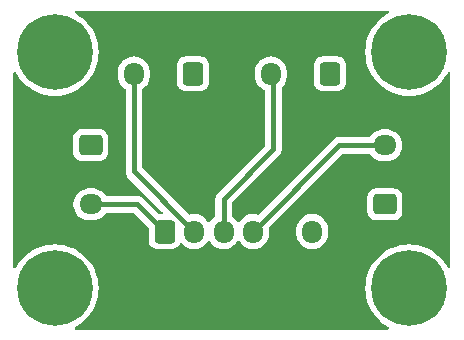
<source format=gbr>
%TF.GenerationSoftware,KiCad,Pcbnew,8.0.5-8.0.5-0~ubuntu24.04.1*%
%TF.CreationDate,2024-10-23T09:38:31+02:00*%
%TF.ProjectId,SensorConnector_PCB,53656e73-6f72-4436-9f6e-6e6563746f72,rev?*%
%TF.SameCoordinates,Original*%
%TF.FileFunction,Copper,L1,Top*%
%TF.FilePolarity,Positive*%
%FSLAX46Y46*%
G04 Gerber Fmt 4.6, Leading zero omitted, Abs format (unit mm)*
G04 Created by KiCad (PCBNEW 8.0.5-8.0.5-0~ubuntu24.04.1) date 2024-10-23 09:38:31*
%MOMM*%
%LPD*%
G01*
G04 APERTURE LIST*
G04 Aperture macros list*
%AMRoundRect*
0 Rectangle with rounded corners*
0 $1 Rounding radius*
0 $2 $3 $4 $5 $6 $7 $8 $9 X,Y pos of 4 corners*
0 Add a 4 corners polygon primitive as box body*
4,1,4,$2,$3,$4,$5,$6,$7,$8,$9,$2,$3,0*
0 Add four circle primitives for the rounded corners*
1,1,$1+$1,$2,$3*
1,1,$1+$1,$4,$5*
1,1,$1+$1,$6,$7*
1,1,$1+$1,$8,$9*
0 Add four rect primitives between the rounded corners*
20,1,$1+$1,$2,$3,$4,$5,0*
20,1,$1+$1,$4,$5,$6,$7,0*
20,1,$1+$1,$6,$7,$8,$9,0*
20,1,$1+$1,$8,$9,$2,$3,0*%
G04 Aperture macros list end*
%TA.AperFunction,ComponentPad*%
%ADD10RoundRect,0.250000X-0.600000X-0.725000X0.600000X-0.725000X0.600000X0.725000X-0.600000X0.725000X0*%
%TD*%
%TA.AperFunction,ComponentPad*%
%ADD11O,1.700000X1.950000*%
%TD*%
%TA.AperFunction,ComponentPad*%
%ADD12RoundRect,0.250000X0.600000X0.725000X-0.600000X0.725000X-0.600000X-0.725000X0.600000X-0.725000X0*%
%TD*%
%TA.AperFunction,ComponentPad*%
%ADD13C,0.800000*%
%TD*%
%TA.AperFunction,ComponentPad*%
%ADD14C,6.400000*%
%TD*%
%TA.AperFunction,ComponentPad*%
%ADD15RoundRect,0.250000X-0.725000X0.600000X-0.725000X-0.600000X0.725000X-0.600000X0.725000X0.600000X0*%
%TD*%
%TA.AperFunction,ComponentPad*%
%ADD16O,1.950000X1.700000*%
%TD*%
%TA.AperFunction,ComponentPad*%
%ADD17RoundRect,0.250000X0.725000X-0.600000X0.725000X0.600000X-0.725000X0.600000X-0.725000X-0.600000X0*%
%TD*%
%TA.AperFunction,Conductor*%
%ADD18C,0.400000*%
%TD*%
G04 APERTURE END LIST*
D10*
%TO.P,J105,1,Pin_1*%
%TO.N,/Capteur_dist_S*%
X109300000Y-85200000D03*
D11*
%TO.P,J105,2,Pin_2*%
%TO.N,/Capteur_dist_N*%
X111800000Y-85200000D03*
%TO.P,J105,3,Pin_3*%
%TO.N,/Capteur_dist_W*%
X114300000Y-85200000D03*
%TO.P,J105,4,Pin_4*%
%TO.N,/Capteur_dist_E*%
X116800000Y-85200000D03*
%TO.P,J105,5,Pin_5*%
%TO.N,+5V*%
X119300000Y-85200000D03*
%TO.P,J105,6,Pin_6*%
%TO.N,GND*%
X121800000Y-85200000D03*
%TD*%
D12*
%TO.P,J101,1,Pin_1*%
%TO.N,GND*%
X111700000Y-71850000D03*
D11*
%TO.P,J101,2,Pin_2*%
%TO.N,+5V*%
X109200000Y-71850000D03*
%TO.P,J101,3,Pin_3*%
%TO.N,/Capteur_dist_N*%
X106700000Y-71850000D03*
%TD*%
D13*
%TO.P,H101,1,1*%
%TO.N,GND*%
X97600000Y-70000000D03*
X98302944Y-68302944D03*
X98302944Y-71697056D03*
X100000000Y-67600000D03*
D14*
X100000000Y-70000000D03*
D13*
X100000000Y-72400000D03*
X101697056Y-68302944D03*
X101697056Y-71697056D03*
X102400000Y-70000000D03*
%TD*%
D15*
%TO.P,J103,1,Pin_1*%
%TO.N,GND*%
X103050000Y-77900000D03*
D16*
%TO.P,J103,2,Pin_2*%
%TO.N,+5V*%
X103050000Y-80400000D03*
%TO.P,J103,3,Pin_3*%
%TO.N,/Capteur_dist_S*%
X103050000Y-82900000D03*
%TD*%
D13*
%TO.P,H104,1,1*%
%TO.N,GND*%
X127600000Y-90000000D03*
X128302944Y-88302944D03*
X128302944Y-91697056D03*
X130000000Y-87600000D03*
D14*
X130000000Y-90000000D03*
D13*
X130000000Y-92400000D03*
X131697056Y-88302944D03*
X131697056Y-91697056D03*
X132400000Y-90000000D03*
%TD*%
D12*
%TO.P,J102,1,Pin_1*%
%TO.N,GND*%
X123300000Y-71850000D03*
D11*
%TO.P,J102,2,Pin_2*%
%TO.N,+5V*%
X120800000Y-71850000D03*
%TO.P,J102,3,Pin_3*%
%TO.N,/Capteur_dist_W*%
X118300000Y-71850000D03*
%TD*%
D17*
%TO.P,J104,1,Pin_1*%
%TO.N,GND*%
X127950000Y-82900000D03*
D16*
%TO.P,J104,2,Pin_2*%
%TO.N,+5V*%
X127950000Y-80400000D03*
%TO.P,J104,3,Pin_3*%
%TO.N,/Capteur_dist_E*%
X127950000Y-77900000D03*
%TD*%
D13*
%TO.P,H102,1,1*%
%TO.N,GND*%
X127600000Y-70000000D03*
X128302944Y-68302944D03*
X128302944Y-71697056D03*
X130000000Y-67600000D03*
D14*
X130000000Y-70000000D03*
D13*
X130000000Y-72400000D03*
X131697056Y-68302944D03*
X131697056Y-71697056D03*
X132400000Y-70000000D03*
%TD*%
%TO.P,H103,1,1*%
%TO.N,GND*%
X97600000Y-90000000D03*
X98302944Y-88302944D03*
X98302944Y-91697056D03*
X100000000Y-87600000D03*
D14*
X100000000Y-90000000D03*
D13*
X100000000Y-92400000D03*
X101697056Y-88302944D03*
X101697056Y-91697056D03*
X102400000Y-90000000D03*
%TD*%
D18*
%TO.N,/Capteur_dist_N*%
X106700000Y-80100000D02*
X111800000Y-85200000D01*
X106700000Y-71850000D02*
X106700000Y-80100000D01*
%TO.N,/Capteur_dist_W*%
X118300000Y-71850000D02*
X118500000Y-72050000D01*
X118500000Y-78250000D02*
X114300000Y-82450000D01*
X114300000Y-82450000D02*
X114300000Y-85200000D01*
X118500000Y-72050000D02*
X118500000Y-78250000D01*
%TO.N,/Capteur_dist_S*%
X103050000Y-82900000D02*
X107000000Y-82900000D01*
X107000000Y-82900000D02*
X109300000Y-85200000D01*
%TO.N,/Capteur_dist_E*%
X127950000Y-77900000D02*
X124100000Y-77900000D01*
X124100000Y-77900000D02*
X116800000Y-85200000D01*
%TD*%
%TA.AperFunction,Conductor*%
%TO.N,+5V*%
G36*
X128267646Y-66520185D02*
G01*
X128313401Y-66572989D01*
X128323345Y-66642147D01*
X128294320Y-66705703D01*
X128256902Y-66734985D01*
X128147206Y-66790877D01*
X127821917Y-67002122D01*
X127520488Y-67246215D01*
X127520480Y-67246222D01*
X127246222Y-67520480D01*
X127246215Y-67520488D01*
X127002122Y-67821917D01*
X126790877Y-68147206D01*
X126614787Y-68492802D01*
X126475788Y-68854905D01*
X126375397Y-69229570D01*
X126375397Y-69229572D01*
X126314722Y-69612660D01*
X126294422Y-69999999D01*
X126294422Y-70000000D01*
X126314722Y-70387339D01*
X126375397Y-70770427D01*
X126375397Y-70770429D01*
X126475788Y-71145094D01*
X126614787Y-71507197D01*
X126790877Y-71852793D01*
X127002122Y-72178082D01*
X127002124Y-72178084D01*
X127246219Y-72479516D01*
X127520484Y-72753781D01*
X127520488Y-72753784D01*
X127821917Y-72997877D01*
X128130922Y-73198547D01*
X128147211Y-73209125D01*
X128492806Y-73385214D01*
X128854913Y-73524214D01*
X129229567Y-73624602D01*
X129612662Y-73685278D01*
X129978576Y-73704455D01*
X129999999Y-73705578D01*
X130000000Y-73705578D01*
X130000001Y-73705578D01*
X130020301Y-73704514D01*
X130387338Y-73685278D01*
X130770433Y-73624602D01*
X131145087Y-73524214D01*
X131507194Y-73385214D01*
X131852789Y-73209125D01*
X132178084Y-72997876D01*
X132479516Y-72753781D01*
X132753781Y-72479516D01*
X132997876Y-72178084D01*
X133209125Y-71852789D01*
X133265015Y-71743097D01*
X133312989Y-71692302D01*
X133380810Y-71675507D01*
X133446945Y-71698044D01*
X133490397Y-71752759D01*
X133499500Y-71799393D01*
X133499500Y-88200606D01*
X133479815Y-88267645D01*
X133427011Y-88313400D01*
X133357853Y-88323344D01*
X133294297Y-88294319D01*
X133265015Y-88256901D01*
X133209122Y-88147206D01*
X132997877Y-87821917D01*
X132753784Y-87520488D01*
X132753781Y-87520484D01*
X132479516Y-87246219D01*
X132178084Y-87002124D01*
X132178082Y-87002122D01*
X131852793Y-86790877D01*
X131507197Y-86614787D01*
X131145094Y-86475788D01*
X131145087Y-86475786D01*
X130770433Y-86375398D01*
X130770429Y-86375397D01*
X130770428Y-86375397D01*
X130387339Y-86314722D01*
X130000001Y-86294422D01*
X129999999Y-86294422D01*
X129612660Y-86314722D01*
X129229572Y-86375397D01*
X129229570Y-86375397D01*
X128854905Y-86475788D01*
X128492802Y-86614787D01*
X128147206Y-86790877D01*
X127821917Y-87002122D01*
X127520488Y-87246215D01*
X127520480Y-87246222D01*
X127246222Y-87520480D01*
X127246215Y-87520488D01*
X127002122Y-87821917D01*
X126790877Y-88147206D01*
X126614787Y-88492802D01*
X126475788Y-88854905D01*
X126375397Y-89229570D01*
X126375397Y-89229572D01*
X126314722Y-89612662D01*
X126294422Y-90000000D01*
X126314722Y-90387338D01*
X126375398Y-90770433D01*
X126430215Y-90975015D01*
X126475788Y-91145094D01*
X126614787Y-91507197D01*
X126790877Y-91852793D01*
X127002122Y-92178082D01*
X127002124Y-92178084D01*
X127246219Y-92479516D01*
X127520484Y-92753781D01*
X127520488Y-92753784D01*
X127821917Y-92997877D01*
X128147206Y-93209122D01*
X128147211Y-93209125D01*
X128256902Y-93265015D01*
X128307698Y-93312989D01*
X128324493Y-93380810D01*
X128301956Y-93446945D01*
X128247241Y-93490397D01*
X128200607Y-93499500D01*
X101799393Y-93499500D01*
X101732354Y-93479815D01*
X101686599Y-93427011D01*
X101676655Y-93357853D01*
X101705680Y-93294297D01*
X101743098Y-93265015D01*
X101852789Y-93209125D01*
X102178084Y-92997876D01*
X102479516Y-92753781D01*
X102753781Y-92479516D01*
X102997876Y-92178084D01*
X103209125Y-91852789D01*
X103385214Y-91507194D01*
X103524214Y-91145087D01*
X103624602Y-90770433D01*
X103685278Y-90387338D01*
X103705578Y-90000000D01*
X103685278Y-89612662D01*
X103624602Y-89229567D01*
X103524214Y-88854913D01*
X103385214Y-88492806D01*
X103209125Y-88147211D01*
X102997876Y-87821916D01*
X102753781Y-87520484D01*
X102479516Y-87246219D01*
X102178084Y-87002124D01*
X102178082Y-87002122D01*
X101852793Y-86790877D01*
X101507197Y-86614787D01*
X101145094Y-86475788D01*
X101145087Y-86475786D01*
X100770433Y-86375398D01*
X100770429Y-86375397D01*
X100770428Y-86375397D01*
X100387339Y-86314722D01*
X100000001Y-86294422D01*
X99999999Y-86294422D01*
X99612660Y-86314722D01*
X99229572Y-86375397D01*
X99229570Y-86375397D01*
X98854905Y-86475788D01*
X98492802Y-86614787D01*
X98147206Y-86790877D01*
X97821917Y-87002122D01*
X97520488Y-87246215D01*
X97520480Y-87246222D01*
X97246222Y-87520480D01*
X97246215Y-87520488D01*
X97002122Y-87821917D01*
X96790877Y-88147206D01*
X96734985Y-88256901D01*
X96687010Y-88307697D01*
X96619189Y-88324492D01*
X96553054Y-88301955D01*
X96509603Y-88247240D01*
X96500500Y-88200606D01*
X96500500Y-82793713D01*
X101574500Y-82793713D01*
X101574500Y-83006286D01*
X101607753Y-83216239D01*
X101673444Y-83418414D01*
X101769951Y-83607820D01*
X101894890Y-83779786D01*
X102045213Y-83930109D01*
X102217179Y-84055048D01*
X102217181Y-84055049D01*
X102217184Y-84055051D01*
X102406588Y-84151557D01*
X102608757Y-84217246D01*
X102818713Y-84250500D01*
X102818714Y-84250500D01*
X103281286Y-84250500D01*
X103281287Y-84250500D01*
X103491243Y-84217246D01*
X103693412Y-84151557D01*
X103882816Y-84055051D01*
X103904789Y-84039086D01*
X104054786Y-83930109D01*
X104054788Y-83930106D01*
X104054792Y-83930104D01*
X104205104Y-83779792D01*
X104298229Y-83651614D01*
X104353558Y-83608949D01*
X104398547Y-83600500D01*
X106658481Y-83600500D01*
X106725520Y-83620185D01*
X106746162Y-83636819D01*
X107913181Y-84803838D01*
X107946666Y-84865161D01*
X107949500Y-84891519D01*
X107949500Y-85975001D01*
X107949501Y-85975018D01*
X107960000Y-86077796D01*
X107960001Y-86077799D01*
X108005894Y-86216294D01*
X108015186Y-86244334D01*
X108107288Y-86393656D01*
X108231344Y-86517712D01*
X108380666Y-86609814D01*
X108547203Y-86664999D01*
X108649991Y-86675500D01*
X109950008Y-86675499D01*
X110052797Y-86664999D01*
X110219334Y-86609814D01*
X110368656Y-86517712D01*
X110492712Y-86393656D01*
X110584814Y-86244334D01*
X110584814Y-86244331D01*
X110588178Y-86238879D01*
X110640126Y-86192154D01*
X110709088Y-86180931D01*
X110773170Y-86208774D01*
X110781398Y-86216294D01*
X110920213Y-86355109D01*
X111092179Y-86480048D01*
X111092181Y-86480049D01*
X111092184Y-86480051D01*
X111281588Y-86576557D01*
X111483757Y-86642246D01*
X111693713Y-86675500D01*
X111693714Y-86675500D01*
X111906286Y-86675500D01*
X111906287Y-86675500D01*
X112116243Y-86642246D01*
X112318412Y-86576557D01*
X112507816Y-86480051D01*
X112529789Y-86464086D01*
X112679786Y-86355109D01*
X112679788Y-86355106D01*
X112679792Y-86355104D01*
X112830104Y-86204792D01*
X112949683Y-86040204D01*
X113005011Y-85997540D01*
X113074624Y-85991561D01*
X113136420Y-86024166D01*
X113150313Y-86040199D01*
X113252560Y-86180931D01*
X113269896Y-86204792D01*
X113420213Y-86355109D01*
X113592179Y-86480048D01*
X113592181Y-86480049D01*
X113592184Y-86480051D01*
X113781588Y-86576557D01*
X113983757Y-86642246D01*
X114193713Y-86675500D01*
X114193714Y-86675500D01*
X114406286Y-86675500D01*
X114406287Y-86675500D01*
X114616243Y-86642246D01*
X114818412Y-86576557D01*
X115007816Y-86480051D01*
X115029789Y-86464086D01*
X115179786Y-86355109D01*
X115179788Y-86355106D01*
X115179792Y-86355104D01*
X115330104Y-86204792D01*
X115449683Y-86040204D01*
X115505011Y-85997540D01*
X115574624Y-85991561D01*
X115636420Y-86024166D01*
X115650313Y-86040199D01*
X115752560Y-86180931D01*
X115769896Y-86204792D01*
X115920213Y-86355109D01*
X116092179Y-86480048D01*
X116092181Y-86480049D01*
X116092184Y-86480051D01*
X116281588Y-86576557D01*
X116483757Y-86642246D01*
X116693713Y-86675500D01*
X116693714Y-86675500D01*
X116906286Y-86675500D01*
X116906287Y-86675500D01*
X117116243Y-86642246D01*
X117318412Y-86576557D01*
X117507816Y-86480051D01*
X117529789Y-86464086D01*
X117679786Y-86355109D01*
X117679788Y-86355106D01*
X117679792Y-86355104D01*
X117830104Y-86204792D01*
X117830106Y-86204788D01*
X117830109Y-86204786D01*
X117955048Y-86032820D01*
X117955047Y-86032820D01*
X117955051Y-86032816D01*
X118051557Y-85843412D01*
X118117246Y-85641243D01*
X118150500Y-85431287D01*
X118150500Y-84968713D01*
X120449500Y-84968713D01*
X120449500Y-85431286D01*
X120482753Y-85641239D01*
X120548444Y-85843414D01*
X120644951Y-86032820D01*
X120769890Y-86204786D01*
X120920213Y-86355109D01*
X121092179Y-86480048D01*
X121092181Y-86480049D01*
X121092184Y-86480051D01*
X121281588Y-86576557D01*
X121483757Y-86642246D01*
X121693713Y-86675500D01*
X121693714Y-86675500D01*
X121906286Y-86675500D01*
X121906287Y-86675500D01*
X122116243Y-86642246D01*
X122318412Y-86576557D01*
X122507816Y-86480051D01*
X122529789Y-86464086D01*
X122679786Y-86355109D01*
X122679788Y-86355106D01*
X122679792Y-86355104D01*
X122830104Y-86204792D01*
X122830106Y-86204788D01*
X122830109Y-86204786D01*
X122955048Y-86032820D01*
X122955047Y-86032820D01*
X122955051Y-86032816D01*
X123051557Y-85843412D01*
X123117246Y-85641243D01*
X123150500Y-85431287D01*
X123150500Y-84968713D01*
X123117246Y-84758757D01*
X123051557Y-84556588D01*
X122955051Y-84367184D01*
X122955049Y-84367181D01*
X122955048Y-84367179D01*
X122830109Y-84195213D01*
X122679786Y-84044890D01*
X122507820Y-83919951D01*
X122318414Y-83823444D01*
X122318413Y-83823443D01*
X122318412Y-83823443D01*
X122116243Y-83757754D01*
X122116241Y-83757753D01*
X122116240Y-83757753D01*
X121954957Y-83732208D01*
X121906287Y-83724500D01*
X121693713Y-83724500D01*
X121645042Y-83732208D01*
X121483760Y-83757753D01*
X121281585Y-83823444D01*
X121092179Y-83919951D01*
X120920213Y-84044890D01*
X120769890Y-84195213D01*
X120644951Y-84367179D01*
X120548444Y-84556585D01*
X120482753Y-84758760D01*
X120449500Y-84968713D01*
X118150500Y-84968713D01*
X118142806Y-84920136D01*
X118151761Y-84850842D01*
X118177595Y-84813060D01*
X120740673Y-82249983D01*
X126474500Y-82249983D01*
X126474500Y-83550001D01*
X126474501Y-83550018D01*
X126485000Y-83652796D01*
X126485001Y-83652799D01*
X126524070Y-83770699D01*
X126540186Y-83819334D01*
X126632288Y-83968656D01*
X126756344Y-84092712D01*
X126905666Y-84184814D01*
X127072203Y-84239999D01*
X127174991Y-84250500D01*
X128725008Y-84250499D01*
X128827797Y-84239999D01*
X128994334Y-84184814D01*
X129143656Y-84092712D01*
X129267712Y-83968656D01*
X129359814Y-83819334D01*
X129414999Y-83652797D01*
X129425500Y-83550009D01*
X129425499Y-82249992D01*
X129414999Y-82147203D01*
X129359814Y-81980666D01*
X129267712Y-81831344D01*
X129143656Y-81707288D01*
X128994334Y-81615186D01*
X128827797Y-81560001D01*
X128827795Y-81560000D01*
X128725010Y-81549500D01*
X127174998Y-81549500D01*
X127174981Y-81549501D01*
X127072203Y-81560000D01*
X127072200Y-81560001D01*
X126905668Y-81615185D01*
X126905663Y-81615187D01*
X126756342Y-81707289D01*
X126632289Y-81831342D01*
X126540187Y-81980663D01*
X126540186Y-81980666D01*
X126485001Y-82147203D01*
X126485001Y-82147204D01*
X126485000Y-82147204D01*
X126474500Y-82249983D01*
X120740673Y-82249983D01*
X124353838Y-78636819D01*
X124415161Y-78603334D01*
X124441519Y-78600500D01*
X126601453Y-78600500D01*
X126668492Y-78620185D01*
X126701769Y-78651614D01*
X126734414Y-78696545D01*
X126794892Y-78779788D01*
X126945213Y-78930109D01*
X127117179Y-79055048D01*
X127117181Y-79055049D01*
X127117184Y-79055051D01*
X127306588Y-79151557D01*
X127508757Y-79217246D01*
X127718713Y-79250500D01*
X127718714Y-79250500D01*
X128181286Y-79250500D01*
X128181287Y-79250500D01*
X128391243Y-79217246D01*
X128593412Y-79151557D01*
X128782816Y-79055051D01*
X128804789Y-79039086D01*
X128954786Y-78930109D01*
X128954788Y-78930106D01*
X128954792Y-78930104D01*
X129105104Y-78779792D01*
X129105106Y-78779788D01*
X129105109Y-78779786D01*
X129230048Y-78607820D01*
X129230047Y-78607820D01*
X129230051Y-78607816D01*
X129326557Y-78418412D01*
X129392246Y-78216243D01*
X129425500Y-78006287D01*
X129425500Y-77793713D01*
X129392246Y-77583757D01*
X129326557Y-77381588D01*
X129230051Y-77192184D01*
X129230049Y-77192181D01*
X129230048Y-77192179D01*
X129105109Y-77020213D01*
X128954786Y-76869890D01*
X128782820Y-76744951D01*
X128593414Y-76648444D01*
X128593413Y-76648443D01*
X128593412Y-76648443D01*
X128391243Y-76582754D01*
X128391241Y-76582753D01*
X128391240Y-76582753D01*
X128229957Y-76557208D01*
X128181287Y-76549500D01*
X127718713Y-76549500D01*
X127670042Y-76557208D01*
X127508760Y-76582753D01*
X127306585Y-76648444D01*
X127117179Y-76744951D01*
X126945213Y-76869890D01*
X126794892Y-77020211D01*
X126726573Y-77114247D01*
X126701770Y-77148385D01*
X126646442Y-77191051D01*
X126601453Y-77199500D01*
X124031004Y-77199500D01*
X123895677Y-77226418D01*
X123895667Y-77226421D01*
X123768192Y-77279222D01*
X123653454Y-77355887D01*
X117272127Y-83737214D01*
X117210804Y-83770699D01*
X117146130Y-83767465D01*
X117145434Y-83767238D01*
X117116243Y-83757754D01*
X117116239Y-83757753D01*
X117116238Y-83757753D01*
X116986559Y-83737214D01*
X116906287Y-83724500D01*
X116693713Y-83724500D01*
X116645042Y-83732208D01*
X116483760Y-83757753D01*
X116281585Y-83823444D01*
X116092179Y-83919951D01*
X115920213Y-84044890D01*
X115769894Y-84195209D01*
X115769890Y-84195214D01*
X115650318Y-84359793D01*
X115594989Y-84402459D01*
X115525375Y-84408438D01*
X115463580Y-84375833D01*
X115449682Y-84359793D01*
X115330109Y-84195214D01*
X115330105Y-84195209D01*
X115179786Y-84044890D01*
X115051615Y-83951770D01*
X115008949Y-83896441D01*
X115000500Y-83851452D01*
X115000500Y-82791519D01*
X115020185Y-82724480D01*
X115036819Y-82703838D01*
X119044112Y-78696545D01*
X119044114Y-78696543D01*
X119120775Y-78581811D01*
X119173580Y-78454328D01*
X119200500Y-78318994D01*
X119200500Y-78181006D01*
X119200500Y-73035758D01*
X119220185Y-72968719D01*
X119236819Y-72948077D01*
X119330104Y-72854792D01*
X119330106Y-72854788D01*
X119330109Y-72854786D01*
X119455048Y-72682820D01*
X119455047Y-72682820D01*
X119455051Y-72682816D01*
X119551557Y-72493412D01*
X119617246Y-72291243D01*
X119650500Y-72081287D01*
X119650500Y-71618713D01*
X119617246Y-71408757D01*
X119551557Y-71206588D01*
X119484501Y-71074983D01*
X121949500Y-71074983D01*
X121949500Y-72625001D01*
X121949501Y-72625018D01*
X121960000Y-72727796D01*
X121960001Y-72727799D01*
X121968611Y-72753781D01*
X122015186Y-72894334D01*
X122107288Y-73043656D01*
X122231344Y-73167712D01*
X122380666Y-73259814D01*
X122547203Y-73314999D01*
X122649991Y-73325500D01*
X123950008Y-73325499D01*
X124052797Y-73314999D01*
X124219334Y-73259814D01*
X124368656Y-73167712D01*
X124492712Y-73043656D01*
X124584814Y-72894334D01*
X124639999Y-72727797D01*
X124650500Y-72625009D01*
X124650499Y-71074992D01*
X124639999Y-70972203D01*
X124584814Y-70805666D01*
X124492712Y-70656344D01*
X124368656Y-70532288D01*
X124219334Y-70440186D01*
X124052797Y-70385001D01*
X124052795Y-70385000D01*
X123950010Y-70374500D01*
X122649998Y-70374500D01*
X122649981Y-70374501D01*
X122547203Y-70385000D01*
X122547200Y-70385001D01*
X122380668Y-70440185D01*
X122380663Y-70440187D01*
X122231342Y-70532289D01*
X122107289Y-70656342D01*
X122015187Y-70805663D01*
X122015186Y-70805666D01*
X121960001Y-70972203D01*
X121960001Y-70972204D01*
X121960000Y-70972204D01*
X121949500Y-71074983D01*
X119484501Y-71074983D01*
X119455051Y-71017184D01*
X119455049Y-71017181D01*
X119455048Y-71017179D01*
X119330109Y-70845213D01*
X119179786Y-70694890D01*
X119007820Y-70569951D01*
X118818414Y-70473444D01*
X118818413Y-70473443D01*
X118818412Y-70473443D01*
X118616243Y-70407754D01*
X118616241Y-70407753D01*
X118616240Y-70407753D01*
X118454957Y-70382208D01*
X118406287Y-70374500D01*
X118193713Y-70374500D01*
X118145042Y-70382208D01*
X117983760Y-70407753D01*
X117781585Y-70473444D01*
X117592179Y-70569951D01*
X117420213Y-70694890D01*
X117269890Y-70845213D01*
X117144951Y-71017179D01*
X117048444Y-71206585D01*
X116982753Y-71408760D01*
X116949500Y-71618713D01*
X116949500Y-72081287D01*
X116982754Y-72291243D01*
X117043926Y-72479511D01*
X117048444Y-72493414D01*
X117144951Y-72682820D01*
X117269890Y-72854786D01*
X117420213Y-73005109D01*
X117592182Y-73130050D01*
X117592184Y-73130051D01*
X117731795Y-73201186D01*
X117782590Y-73249159D01*
X117799500Y-73311670D01*
X117799500Y-77908480D01*
X117779815Y-77975519D01*
X117763181Y-77996161D01*
X113755888Y-82003453D01*
X113755887Y-82003454D01*
X113679222Y-82118192D01*
X113626421Y-82245667D01*
X113626418Y-82245677D01*
X113599500Y-82381004D01*
X113599500Y-83851452D01*
X113579815Y-83918491D01*
X113548385Y-83951770D01*
X113420213Y-84044890D01*
X113269894Y-84195209D01*
X113269890Y-84195214D01*
X113150318Y-84359793D01*
X113094989Y-84402459D01*
X113025375Y-84408438D01*
X112963580Y-84375833D01*
X112949682Y-84359793D01*
X112830109Y-84195214D01*
X112830105Y-84195209D01*
X112679786Y-84044890D01*
X112507820Y-83919951D01*
X112318414Y-83823444D01*
X112318413Y-83823443D01*
X112318412Y-83823443D01*
X112116243Y-83757754D01*
X112116241Y-83757753D01*
X112116240Y-83757753D01*
X111954957Y-83732208D01*
X111906287Y-83724500D01*
X111693713Y-83724500D01*
X111654202Y-83730757D01*
X111483759Y-83757753D01*
X111483754Y-83757754D01*
X111453866Y-83767465D01*
X111384025Y-83769458D01*
X111327871Y-83737214D01*
X107436819Y-79846162D01*
X107403334Y-79784839D01*
X107400500Y-79758481D01*
X107400500Y-73198547D01*
X107420185Y-73131508D01*
X107451614Y-73098230D01*
X107579792Y-73005104D01*
X107730104Y-72854792D01*
X107730106Y-72854788D01*
X107730109Y-72854786D01*
X107855048Y-72682820D01*
X107855047Y-72682820D01*
X107855051Y-72682816D01*
X107951557Y-72493412D01*
X108017246Y-72291243D01*
X108050500Y-72081287D01*
X108050500Y-71618713D01*
X108017246Y-71408757D01*
X107951557Y-71206588D01*
X107884501Y-71074983D01*
X110349500Y-71074983D01*
X110349500Y-72625001D01*
X110349501Y-72625018D01*
X110360000Y-72727796D01*
X110360001Y-72727799D01*
X110368611Y-72753781D01*
X110415186Y-72894334D01*
X110507288Y-73043656D01*
X110631344Y-73167712D01*
X110780666Y-73259814D01*
X110947203Y-73314999D01*
X111049991Y-73325500D01*
X112350008Y-73325499D01*
X112452797Y-73314999D01*
X112619334Y-73259814D01*
X112768656Y-73167712D01*
X112892712Y-73043656D01*
X112984814Y-72894334D01*
X113039999Y-72727797D01*
X113050500Y-72625009D01*
X113050499Y-71074992D01*
X113039999Y-70972203D01*
X112984814Y-70805666D01*
X112892712Y-70656344D01*
X112768656Y-70532288D01*
X112619334Y-70440186D01*
X112452797Y-70385001D01*
X112452795Y-70385000D01*
X112350010Y-70374500D01*
X111049998Y-70374500D01*
X111049981Y-70374501D01*
X110947203Y-70385000D01*
X110947200Y-70385001D01*
X110780668Y-70440185D01*
X110780663Y-70440187D01*
X110631342Y-70532289D01*
X110507289Y-70656342D01*
X110415187Y-70805663D01*
X110415186Y-70805666D01*
X110360001Y-70972203D01*
X110360001Y-70972204D01*
X110360000Y-70972204D01*
X110349500Y-71074983D01*
X107884501Y-71074983D01*
X107855051Y-71017184D01*
X107855049Y-71017181D01*
X107855048Y-71017179D01*
X107730109Y-70845213D01*
X107579786Y-70694890D01*
X107407820Y-70569951D01*
X107218414Y-70473444D01*
X107218413Y-70473443D01*
X107218412Y-70473443D01*
X107016243Y-70407754D01*
X107016241Y-70407753D01*
X107016240Y-70407753D01*
X106854957Y-70382208D01*
X106806287Y-70374500D01*
X106593713Y-70374500D01*
X106545042Y-70382208D01*
X106383760Y-70407753D01*
X106181585Y-70473444D01*
X105992179Y-70569951D01*
X105820213Y-70694890D01*
X105669890Y-70845213D01*
X105544951Y-71017179D01*
X105448444Y-71206585D01*
X105382753Y-71408760D01*
X105349500Y-71618713D01*
X105349500Y-72081287D01*
X105382754Y-72291243D01*
X105443926Y-72479511D01*
X105448444Y-72493414D01*
X105544951Y-72682820D01*
X105669890Y-72854786D01*
X105820211Y-73005107D01*
X105873272Y-73043657D01*
X105948385Y-73098229D01*
X105991051Y-73153558D01*
X105999500Y-73198547D01*
X105999500Y-80031006D01*
X105999500Y-80168994D01*
X105999500Y-80168996D01*
X105999499Y-80168996D01*
X106026418Y-80304322D01*
X106026421Y-80304332D01*
X106079222Y-80431807D01*
X106155887Y-80546545D01*
X106155888Y-80546546D01*
X109122162Y-83512819D01*
X109155647Y-83574142D01*
X109150663Y-83643834D01*
X109108791Y-83699767D01*
X109043327Y-83724184D01*
X109034481Y-83724500D01*
X108866519Y-83724500D01*
X108799480Y-83704815D01*
X108778838Y-83688181D01*
X107446546Y-82355888D01*
X107446545Y-82355887D01*
X107331807Y-82279222D01*
X107204332Y-82226421D01*
X107204322Y-82226418D01*
X107068996Y-82199500D01*
X107068994Y-82199500D01*
X107068993Y-82199500D01*
X104398547Y-82199500D01*
X104331508Y-82179815D01*
X104298230Y-82148385D01*
X104205108Y-82020213D01*
X104205107Y-82020211D01*
X104054786Y-81869890D01*
X103882820Y-81744951D01*
X103693414Y-81648444D01*
X103693413Y-81648443D01*
X103693412Y-81648443D01*
X103491243Y-81582754D01*
X103491241Y-81582753D01*
X103491240Y-81582753D01*
X103329957Y-81557208D01*
X103281287Y-81549500D01*
X102818713Y-81549500D01*
X102770042Y-81557208D01*
X102608760Y-81582753D01*
X102406585Y-81648444D01*
X102217179Y-81744951D01*
X102045213Y-81869890D01*
X101894890Y-82020213D01*
X101769951Y-82192179D01*
X101673444Y-82381585D01*
X101607753Y-82583760D01*
X101574500Y-82793713D01*
X96500500Y-82793713D01*
X96500500Y-77249983D01*
X101574500Y-77249983D01*
X101574500Y-78550001D01*
X101574501Y-78550018D01*
X101585000Y-78652796D01*
X101585001Y-78652799D01*
X101627081Y-78779786D01*
X101640186Y-78819334D01*
X101732288Y-78968656D01*
X101856344Y-79092712D01*
X102005666Y-79184814D01*
X102172203Y-79239999D01*
X102274991Y-79250500D01*
X103825008Y-79250499D01*
X103927797Y-79239999D01*
X104094334Y-79184814D01*
X104243656Y-79092712D01*
X104367712Y-78968656D01*
X104459814Y-78819334D01*
X104514999Y-78652797D01*
X104525500Y-78550009D01*
X104525499Y-77249992D01*
X104514999Y-77147203D01*
X104459814Y-76980666D01*
X104367712Y-76831344D01*
X104243656Y-76707288D01*
X104094334Y-76615186D01*
X103927797Y-76560001D01*
X103927795Y-76560000D01*
X103825010Y-76549500D01*
X102274998Y-76549500D01*
X102274981Y-76549501D01*
X102172203Y-76560000D01*
X102172200Y-76560001D01*
X102005668Y-76615185D01*
X102005663Y-76615187D01*
X101856342Y-76707289D01*
X101732289Y-76831342D01*
X101640187Y-76980663D01*
X101640186Y-76980666D01*
X101585001Y-77147203D01*
X101585001Y-77147204D01*
X101585000Y-77147204D01*
X101574500Y-77249983D01*
X96500500Y-77249983D01*
X96500500Y-71799393D01*
X96520185Y-71732354D01*
X96572989Y-71686599D01*
X96642147Y-71676655D01*
X96705703Y-71705680D01*
X96734984Y-71743097D01*
X96782429Y-71836214D01*
X96790877Y-71852793D01*
X97002122Y-72178082D01*
X97002124Y-72178084D01*
X97246219Y-72479516D01*
X97520484Y-72753781D01*
X97520488Y-72753784D01*
X97821917Y-72997877D01*
X98130922Y-73198547D01*
X98147211Y-73209125D01*
X98492806Y-73385214D01*
X98854913Y-73524214D01*
X99229567Y-73624602D01*
X99612662Y-73685278D01*
X99978576Y-73704455D01*
X99999999Y-73705578D01*
X100000000Y-73705578D01*
X100000001Y-73705578D01*
X100020301Y-73704514D01*
X100387338Y-73685278D01*
X100770433Y-73624602D01*
X101145087Y-73524214D01*
X101507194Y-73385214D01*
X101852789Y-73209125D01*
X102178084Y-72997876D01*
X102479516Y-72753781D01*
X102753781Y-72479516D01*
X102997876Y-72178084D01*
X103209125Y-71852789D01*
X103385214Y-71507194D01*
X103524214Y-71145087D01*
X103624602Y-70770433D01*
X103685278Y-70387338D01*
X103705578Y-70000000D01*
X103685278Y-69612662D01*
X103624602Y-69229567D01*
X103524214Y-68854913D01*
X103385214Y-68492806D01*
X103209125Y-68147211D01*
X102997876Y-67821916D01*
X102753781Y-67520484D01*
X102479516Y-67246219D01*
X102178084Y-67002124D01*
X102178082Y-67002122D01*
X101852793Y-66790877D01*
X101743098Y-66734985D01*
X101692302Y-66687011D01*
X101675507Y-66619190D01*
X101698044Y-66553055D01*
X101752759Y-66509603D01*
X101799393Y-66500500D01*
X128200607Y-66500500D01*
X128267646Y-66520185D01*
G37*
%TD.AperFunction*%
%TD*%
M02*

</source>
